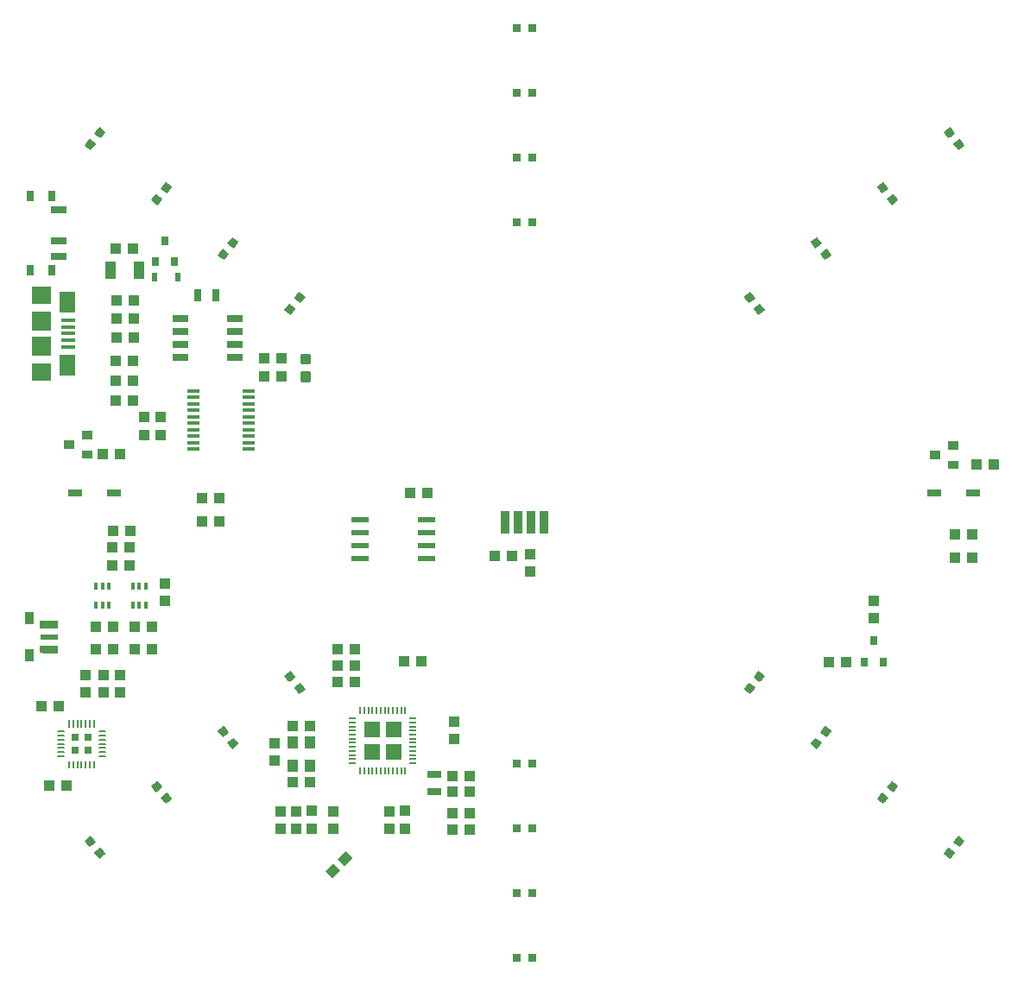
<source format=gbr>
G04 EAGLE Gerber RS-274X export*
G75*
%MOMM*%
%FSLAX34Y34*%
%LPD*%
%INSolderpaste Top*%
%IPPOS*%
%AMOC8*
5,1,8,0,0,1.08239X$1,22.5*%
G01*
%ADD10C,0.080000*%
%ADD11R,1.100000X1.000000*%
%ADD12R,1.000000X1.100000*%
%ADD13R,1.143000X0.381000*%
%ADD14R,1.000000X1.800000*%
%ADD15R,1.100000X1.200000*%
%ADD16R,1.520281X1.520281*%
%ADD17R,0.230000X0.800000*%
%ADD18R,0.800000X0.230000*%
%ADD19R,0.300000X0.660000*%
%ADD20R,1.400000X0.700000*%
%ADD21R,0.800000X1.200000*%
%ADD22R,0.630000X0.830000*%
%ADD23R,0.800000X0.900000*%
%ADD24C,0.300000*%
%ADD25R,1.500000X0.700000*%
%ADD26R,0.800000X1.000000*%
%ADD27R,1.400000X0.350000*%
%ADD28R,1.900000X1.800000*%
%ADD29R,1.900000X1.900000*%
%ADD30R,1.600000X2.100000*%
%ADD31R,1.500000X0.650000*%
%ADD32R,1.701800X0.609600*%
%ADD33R,0.700000X0.700000*%
%ADD34C,0.200000*%
%ADD35R,0.914400X2.286000*%
%ADD36R,1.350000X0.750000*%
%ADD37R,1.800000X0.600000*%
%ADD38R,0.900000X1.300000*%

G36*
X51012Y375123D02*
X51012Y375123D01*
X51006Y375131D01*
X51014Y375136D01*
X51014Y382636D01*
X50978Y382684D01*
X50970Y382678D01*
X50965Y382686D01*
X35965Y382686D01*
X35869Y382686D01*
X35854Y382674D01*
X35844Y382679D01*
X35769Y382634D01*
X35617Y382550D01*
X35461Y382474D01*
X35302Y382407D01*
X35220Y382376D01*
X35220Y382375D01*
X35219Y382376D01*
X35118Y382334D01*
X34910Y382257D01*
X34701Y382191D01*
X34488Y382135D01*
X34380Y382111D01*
X34379Y382110D01*
X34378Y382111D01*
X34291Y382087D01*
X34117Y382047D01*
X33942Y382015D01*
X33765Y381993D01*
X33675Y381984D01*
X33673Y381983D01*
X33672Y381984D01*
X33584Y381970D01*
X33408Y381950D01*
X33232Y381938D01*
X33054Y381934D01*
X32966Y381936D01*
X32918Y381901D01*
X32919Y381898D01*
X32917Y381897D01*
X32922Y381891D01*
X32915Y381886D01*
X32915Y375136D01*
X32951Y375089D01*
X32959Y375095D01*
X32965Y375087D01*
X50965Y375087D01*
X51012Y375123D01*
G37*
G36*
X35965Y350587D02*
X35965Y350587D01*
X50965Y350587D01*
X51012Y350623D01*
X51006Y350631D01*
X51014Y350636D01*
X51014Y358136D01*
X50978Y358184D01*
X50970Y358178D01*
X50965Y358186D01*
X32965Y358186D01*
X32917Y358150D01*
X32923Y358142D01*
X32915Y358136D01*
X32915Y351386D01*
X32951Y351339D01*
X32959Y351345D01*
X32966Y351337D01*
X33054Y351339D01*
X33232Y351335D01*
X33408Y351323D01*
X33584Y351302D01*
X33672Y351289D01*
X33674Y351290D01*
X33675Y351288D01*
X33765Y351280D01*
X33942Y351257D01*
X34117Y351226D01*
X34291Y351186D01*
X34378Y351162D01*
X34380Y351163D01*
X34380Y351162D01*
X34488Y351138D01*
X34701Y351082D01*
X34910Y351016D01*
X35118Y350939D01*
X35219Y350897D01*
X35220Y350898D01*
X35220Y350897D01*
X35302Y350866D01*
X35461Y350799D01*
X35617Y350723D01*
X35769Y350639D01*
X35844Y350594D01*
X35863Y350596D01*
X35869Y350587D01*
X35965Y350587D01*
G37*
D10*
X277419Y322843D02*
X272839Y328397D01*
X278393Y332977D01*
X282973Y327423D01*
X277419Y322843D01*
X276792Y323603D02*
X278341Y323603D01*
X279262Y324363D02*
X276166Y324363D01*
X275539Y325123D02*
X280184Y325123D01*
X281105Y325883D02*
X274912Y325883D01*
X274285Y326643D02*
X282027Y326643D01*
X282949Y327403D02*
X273659Y327403D01*
X273032Y328163D02*
X282363Y328163D01*
X281736Y328923D02*
X273477Y328923D01*
X274398Y329683D02*
X281109Y329683D01*
X280483Y330443D02*
X275320Y330443D01*
X276242Y331203D02*
X279856Y331203D01*
X279229Y331963D02*
X277163Y331963D01*
X278085Y332723D02*
X278602Y332723D01*
X282380Y316823D02*
X286960Y311269D01*
X282380Y316823D02*
X287934Y321403D01*
X292514Y315849D01*
X286960Y311269D01*
X286333Y312029D02*
X287882Y312029D01*
X288803Y312789D02*
X285707Y312789D01*
X285080Y313549D02*
X289725Y313549D01*
X290646Y314309D02*
X284453Y314309D01*
X283826Y315069D02*
X291568Y315069D01*
X292490Y315829D02*
X283200Y315829D01*
X282573Y316589D02*
X291904Y316589D01*
X291277Y317349D02*
X283018Y317349D01*
X283939Y318109D02*
X290650Y318109D01*
X290024Y318869D02*
X284861Y318869D01*
X285783Y319629D02*
X289397Y319629D01*
X288770Y320389D02*
X286704Y320389D01*
X287626Y321149D02*
X288143Y321149D01*
X222631Y267504D02*
X227211Y261950D01*
X221657Y257370D01*
X217077Y262924D01*
X222631Y267504D01*
X222579Y258130D02*
X221030Y258130D01*
X220404Y258890D02*
X223500Y258890D01*
X224422Y259650D02*
X219777Y259650D01*
X219150Y260410D02*
X225343Y260410D01*
X226265Y261170D02*
X218523Y261170D01*
X217897Y261930D02*
X227187Y261930D01*
X226601Y262690D02*
X217270Y262690D01*
X217715Y263450D02*
X225974Y263450D01*
X225347Y264210D02*
X218636Y264210D01*
X219558Y264970D02*
X224721Y264970D01*
X224094Y265730D02*
X220480Y265730D01*
X221401Y266490D02*
X223467Y266490D01*
X222840Y267250D02*
X222323Y267250D01*
X217670Y273524D02*
X213090Y279078D01*
X217670Y273524D02*
X212116Y268944D01*
X207536Y274498D01*
X213090Y279078D01*
X213038Y269704D02*
X211489Y269704D01*
X210863Y270464D02*
X213959Y270464D01*
X214881Y271224D02*
X210236Y271224D01*
X209609Y271984D02*
X215802Y271984D01*
X216724Y272744D02*
X208982Y272744D01*
X208356Y273504D02*
X217646Y273504D01*
X217060Y274264D02*
X207729Y274264D01*
X208174Y275024D02*
X216433Y275024D01*
X215806Y275784D02*
X209095Y275784D01*
X210017Y276544D02*
X215180Y276544D01*
X214553Y277304D02*
X210939Y277304D01*
X211860Y278064D02*
X213926Y278064D01*
X213299Y278824D02*
X212782Y278824D01*
X157327Y213630D02*
X161907Y208076D01*
X156353Y203496D01*
X151773Y209050D01*
X157327Y213630D01*
X157275Y204256D02*
X155726Y204256D01*
X155100Y205016D02*
X158196Y205016D01*
X159118Y205776D02*
X154473Y205776D01*
X153846Y206536D02*
X160039Y206536D01*
X160961Y207296D02*
X153219Y207296D01*
X152593Y208056D02*
X161883Y208056D01*
X161297Y208816D02*
X151966Y208816D01*
X152411Y209576D02*
X160670Y209576D01*
X160043Y210336D02*
X153332Y210336D01*
X154254Y211096D02*
X159417Y211096D01*
X158790Y211856D02*
X155176Y211856D01*
X156097Y212616D02*
X158163Y212616D01*
X157536Y213376D02*
X157019Y213376D01*
X152366Y219651D02*
X147786Y225205D01*
X152366Y219651D02*
X146812Y215071D01*
X142232Y220625D01*
X147786Y225205D01*
X147734Y215831D02*
X146185Y215831D01*
X145559Y216591D02*
X148655Y216591D01*
X149577Y217351D02*
X144932Y217351D01*
X144305Y218111D02*
X150498Y218111D01*
X151420Y218871D02*
X143678Y218871D01*
X143052Y219631D02*
X152342Y219631D01*
X151756Y220391D02*
X142425Y220391D01*
X142870Y221151D02*
X151129Y221151D01*
X150502Y221911D02*
X143791Y221911D01*
X144713Y222671D02*
X149876Y222671D01*
X149249Y223431D02*
X145635Y223431D01*
X146556Y224191D02*
X148622Y224191D01*
X147995Y224951D02*
X147478Y224951D01*
X76903Y166751D02*
X81483Y161197D01*
X76903Y166751D02*
X82457Y171331D01*
X87037Y165777D01*
X81483Y161197D01*
X80856Y161957D02*
X82405Y161957D01*
X83326Y162717D02*
X80230Y162717D01*
X79603Y163477D02*
X84248Y163477D01*
X85169Y164237D02*
X78976Y164237D01*
X78349Y164997D02*
X86091Y164997D01*
X87013Y165757D02*
X77723Y165757D01*
X77096Y166517D02*
X86427Y166517D01*
X85800Y167277D02*
X77541Y167277D01*
X78462Y168037D02*
X85173Y168037D01*
X84547Y168797D02*
X79384Y168797D01*
X80306Y169557D02*
X83920Y169557D01*
X83293Y170317D02*
X81227Y170317D01*
X82149Y171077D02*
X82666Y171077D01*
X86445Y155177D02*
X91025Y149623D01*
X86445Y155177D02*
X91999Y159757D01*
X96579Y154203D01*
X91025Y149623D01*
X90398Y150383D02*
X91947Y150383D01*
X92868Y151143D02*
X89772Y151143D01*
X89145Y151903D02*
X93790Y151903D01*
X94711Y152663D02*
X88518Y152663D01*
X87891Y153423D02*
X95633Y153423D01*
X96555Y154183D02*
X87265Y154183D01*
X86638Y154943D02*
X95969Y154943D01*
X95342Y155703D02*
X87083Y155703D01*
X88004Y156463D02*
X94715Y156463D01*
X94089Y157223D02*
X88926Y157223D01*
X89848Y157983D02*
X93462Y157983D01*
X92835Y158743D02*
X90769Y158743D01*
X91691Y159503D02*
X92208Y159503D01*
X496900Y238970D02*
X504100Y238970D01*
X496900Y238970D02*
X496900Y246170D01*
X504100Y246170D01*
X504100Y238970D01*
X504100Y239730D02*
X496900Y239730D01*
X496900Y240490D02*
X504100Y240490D01*
X504100Y241250D02*
X496900Y241250D01*
X496900Y242010D02*
X504100Y242010D01*
X504100Y242770D02*
X496900Y242770D01*
X496900Y243530D02*
X504100Y243530D01*
X504100Y244290D02*
X496900Y244290D01*
X496900Y245050D02*
X504100Y245050D01*
X504100Y245810D02*
X496900Y245810D01*
X511900Y238970D02*
X519100Y238970D01*
X511900Y238970D02*
X511900Y246170D01*
X519100Y246170D01*
X519100Y238970D01*
X519100Y239730D02*
X511900Y239730D01*
X511900Y240490D02*
X519100Y240490D01*
X519100Y241250D02*
X511900Y241250D01*
X511900Y242010D02*
X519100Y242010D01*
X519100Y242770D02*
X511900Y242770D01*
X511900Y243530D02*
X519100Y243530D01*
X519100Y244290D02*
X511900Y244290D01*
X511900Y245050D02*
X519100Y245050D01*
X519100Y245810D02*
X511900Y245810D01*
X504100Y175470D02*
X496900Y175470D01*
X496900Y182670D01*
X504100Y182670D01*
X504100Y175470D01*
X504100Y176230D02*
X496900Y176230D01*
X496900Y176990D02*
X504100Y176990D01*
X504100Y177750D02*
X496900Y177750D01*
X496900Y178510D02*
X504100Y178510D01*
X504100Y179270D02*
X496900Y179270D01*
X496900Y180030D02*
X504100Y180030D01*
X504100Y180790D02*
X496900Y180790D01*
X496900Y181550D02*
X504100Y181550D01*
X504100Y182310D02*
X496900Y182310D01*
X511900Y175470D02*
X519100Y175470D01*
X511900Y175470D02*
X511900Y182670D01*
X519100Y182670D01*
X519100Y175470D01*
X519100Y176230D02*
X511900Y176230D01*
X511900Y176990D02*
X519100Y176990D01*
X519100Y177750D02*
X511900Y177750D01*
X511900Y178510D02*
X519100Y178510D01*
X519100Y179270D02*
X511900Y179270D01*
X511900Y180030D02*
X519100Y180030D01*
X519100Y180790D02*
X511900Y180790D01*
X511900Y181550D02*
X519100Y181550D01*
X519100Y182310D02*
X511900Y182310D01*
X511900Y119170D02*
X519100Y119170D01*
X519100Y111970D01*
X511900Y111970D01*
X511900Y119170D01*
X511900Y112730D02*
X519100Y112730D01*
X519100Y113490D02*
X511900Y113490D01*
X511900Y114250D02*
X519100Y114250D01*
X519100Y115010D02*
X511900Y115010D01*
X511900Y115770D02*
X519100Y115770D01*
X519100Y116530D02*
X511900Y116530D01*
X511900Y117290D02*
X519100Y117290D01*
X519100Y118050D02*
X511900Y118050D01*
X511900Y118810D02*
X519100Y118810D01*
X504100Y119170D02*
X496900Y119170D01*
X504100Y119170D02*
X504100Y111970D01*
X496900Y111970D01*
X496900Y119170D01*
X496900Y112730D02*
X504100Y112730D01*
X504100Y113490D02*
X496900Y113490D01*
X496900Y114250D02*
X504100Y114250D01*
X504100Y115010D02*
X496900Y115010D01*
X496900Y115770D02*
X504100Y115770D01*
X504100Y116530D02*
X496900Y116530D01*
X496900Y117290D02*
X504100Y117290D01*
X504100Y118050D02*
X496900Y118050D01*
X496900Y118810D02*
X504100Y118810D01*
X504100Y48470D02*
X496900Y48470D01*
X496900Y55670D01*
X504100Y55670D01*
X504100Y48470D01*
X504100Y49230D02*
X496900Y49230D01*
X496900Y49990D02*
X504100Y49990D01*
X504100Y50750D02*
X496900Y50750D01*
X496900Y51510D02*
X504100Y51510D01*
X504100Y52270D02*
X496900Y52270D01*
X496900Y53030D02*
X504100Y53030D01*
X504100Y53790D02*
X496900Y53790D01*
X496900Y54550D02*
X504100Y54550D01*
X504100Y55310D02*
X496900Y55310D01*
X511900Y48470D02*
X519100Y48470D01*
X511900Y48470D02*
X511900Y55670D01*
X519100Y55670D01*
X519100Y48470D01*
X519100Y49230D02*
X511900Y49230D01*
X511900Y49990D02*
X519100Y49990D01*
X519100Y50750D02*
X511900Y50750D01*
X511900Y51510D02*
X519100Y51510D01*
X519100Y52270D02*
X511900Y52270D01*
X511900Y53030D02*
X519100Y53030D01*
X519100Y53790D02*
X511900Y53790D01*
X511900Y54550D02*
X519100Y54550D01*
X519100Y55310D02*
X511900Y55310D01*
X733027Y327423D02*
X737607Y332977D01*
X743161Y328397D01*
X738581Y322843D01*
X733027Y327423D01*
X737659Y323603D02*
X739208Y323603D01*
X739834Y324363D02*
X736738Y324363D01*
X735816Y325123D02*
X740461Y325123D01*
X741088Y325883D02*
X734895Y325883D01*
X733973Y326643D02*
X741715Y326643D01*
X742341Y327403D02*
X733051Y327403D01*
X733637Y328163D02*
X742968Y328163D01*
X742523Y328923D02*
X734264Y328923D01*
X734891Y329683D02*
X741602Y329683D01*
X740680Y330443D02*
X735517Y330443D01*
X736144Y331203D02*
X739758Y331203D01*
X738837Y331963D02*
X736771Y331963D01*
X737398Y332723D02*
X737915Y332723D01*
X728066Y321403D02*
X723486Y315849D01*
X728066Y321403D02*
X733620Y316823D01*
X729040Y311269D01*
X723486Y315849D01*
X728118Y312029D02*
X729667Y312029D01*
X730293Y312789D02*
X727197Y312789D01*
X726275Y313549D02*
X730920Y313549D01*
X731547Y314309D02*
X725354Y314309D01*
X724432Y315069D02*
X732174Y315069D01*
X732800Y315829D02*
X723510Y315829D01*
X724096Y316589D02*
X733427Y316589D01*
X732982Y317349D02*
X724723Y317349D01*
X725350Y318109D02*
X732061Y318109D01*
X731139Y318869D02*
X725976Y318869D01*
X726603Y319629D02*
X730217Y319629D01*
X729296Y320389D02*
X727230Y320389D01*
X727857Y321149D02*
X728374Y321149D01*
X798356Y273524D02*
X802936Y279078D01*
X808490Y274498D01*
X803910Y268944D01*
X798356Y273524D01*
X802988Y269704D02*
X804537Y269704D01*
X805163Y270464D02*
X802067Y270464D01*
X801145Y271224D02*
X805790Y271224D01*
X806417Y271984D02*
X800224Y271984D01*
X799302Y272744D02*
X807044Y272744D01*
X807670Y273504D02*
X798380Y273504D01*
X798966Y274264D02*
X808297Y274264D01*
X807852Y275024D02*
X799593Y275024D01*
X800220Y275784D02*
X806931Y275784D01*
X806009Y276544D02*
X800846Y276544D01*
X801473Y277304D02*
X805087Y277304D01*
X804166Y278064D02*
X802100Y278064D01*
X802727Y278824D02*
X803244Y278824D01*
X793395Y267504D02*
X788815Y261950D01*
X793395Y267504D02*
X798949Y262924D01*
X794369Y257370D01*
X788815Y261950D01*
X793447Y258130D02*
X794996Y258130D01*
X795622Y258890D02*
X792526Y258890D01*
X791604Y259650D02*
X796249Y259650D01*
X796876Y260410D02*
X790683Y260410D01*
X789761Y261170D02*
X797503Y261170D01*
X798129Y261930D02*
X788839Y261930D01*
X789425Y262690D02*
X798756Y262690D01*
X798311Y263450D02*
X790052Y263450D01*
X790679Y264210D02*
X797390Y264210D01*
X796468Y264970D02*
X791305Y264970D01*
X791932Y265730D02*
X795546Y265730D01*
X794625Y266490D02*
X792559Y266490D01*
X793186Y267250D02*
X793703Y267250D01*
X864252Y209050D02*
X859672Y203496D01*
X854118Y208076D01*
X858698Y213630D01*
X864252Y209050D01*
X860299Y204256D02*
X858750Y204256D01*
X857829Y205016D02*
X860925Y205016D01*
X861552Y205776D02*
X856907Y205776D01*
X855986Y206536D02*
X862179Y206536D01*
X862806Y207296D02*
X855064Y207296D01*
X854142Y208056D02*
X863432Y208056D01*
X864059Y208816D02*
X854728Y208816D01*
X855355Y209576D02*
X863614Y209576D01*
X862693Y210336D02*
X855982Y210336D01*
X856608Y211096D02*
X861771Y211096D01*
X860849Y211856D02*
X857235Y211856D01*
X857862Y212616D02*
X859928Y212616D01*
X859006Y213376D02*
X858489Y213376D01*
X869213Y215071D02*
X873793Y220625D01*
X869213Y215071D02*
X863659Y219651D01*
X868239Y225205D01*
X873793Y220625D01*
X869840Y215831D02*
X868291Y215831D01*
X867370Y216591D02*
X870466Y216591D01*
X871093Y217351D02*
X866448Y217351D01*
X865527Y218111D02*
X871720Y218111D01*
X872347Y218871D02*
X864605Y218871D01*
X863683Y219631D02*
X872973Y219631D01*
X873600Y220391D02*
X864269Y220391D01*
X864896Y221151D02*
X873155Y221151D01*
X872234Y221911D02*
X865523Y221911D01*
X866149Y222671D02*
X871312Y222671D01*
X870390Y223431D02*
X866776Y223431D01*
X867403Y224191D02*
X869469Y224191D01*
X868547Y224951D02*
X868030Y224951D01*
X933543Y171331D02*
X928963Y165777D01*
X933543Y171331D02*
X939097Y166751D01*
X934517Y161197D01*
X928963Y165777D01*
X933595Y161957D02*
X935144Y161957D01*
X935770Y162717D02*
X932674Y162717D01*
X931752Y163477D02*
X936397Y163477D01*
X937024Y164237D02*
X930831Y164237D01*
X929909Y164997D02*
X937651Y164997D01*
X938277Y165757D02*
X928987Y165757D01*
X929573Y166517D02*
X938904Y166517D01*
X938459Y167277D02*
X930200Y167277D01*
X930827Y168037D02*
X937538Y168037D01*
X936616Y168797D02*
X931453Y168797D01*
X932080Y169557D02*
X935694Y169557D01*
X934773Y170317D02*
X932707Y170317D01*
X933334Y171077D02*
X933851Y171077D01*
X924001Y159757D02*
X919421Y154203D01*
X924001Y159757D02*
X929555Y155177D01*
X924975Y149623D01*
X919421Y154203D01*
X924053Y150383D02*
X925602Y150383D01*
X926228Y151143D02*
X923132Y151143D01*
X922210Y151903D02*
X926855Y151903D01*
X927482Y152663D02*
X921289Y152663D01*
X920367Y153423D02*
X928109Y153423D01*
X928735Y154183D02*
X919445Y154183D01*
X920031Y154943D02*
X929362Y154943D01*
X928917Y155703D02*
X920658Y155703D01*
X921285Y156463D02*
X927996Y156463D01*
X927074Y157223D02*
X921911Y157223D01*
X922538Y157983D02*
X926152Y157983D01*
X925231Y158743D02*
X923165Y158743D01*
X923792Y159503D02*
X924309Y159503D01*
X743161Y687603D02*
X738581Y693157D01*
X743161Y687603D02*
X737607Y683023D01*
X733027Y688577D01*
X738581Y693157D01*
X738529Y683783D02*
X736980Y683783D01*
X736354Y684543D02*
X739450Y684543D01*
X740372Y685303D02*
X735727Y685303D01*
X735100Y686063D02*
X741293Y686063D01*
X742215Y686823D02*
X734473Y686823D01*
X733847Y687583D02*
X743137Y687583D01*
X742551Y688343D02*
X733220Y688343D01*
X733665Y689103D02*
X741924Y689103D01*
X741297Y689863D02*
X734586Y689863D01*
X735508Y690623D02*
X740671Y690623D01*
X740044Y691383D02*
X736430Y691383D01*
X737351Y692143D02*
X739417Y692143D01*
X738790Y692903D02*
X738273Y692903D01*
X733620Y699177D02*
X729040Y704731D01*
X733620Y699177D02*
X728066Y694597D01*
X723486Y700151D01*
X729040Y704731D01*
X728988Y695357D02*
X727439Y695357D01*
X726813Y696117D02*
X729909Y696117D01*
X730831Y696877D02*
X726186Y696877D01*
X725559Y697637D02*
X731752Y697637D01*
X732674Y698397D02*
X724932Y698397D01*
X724306Y699157D02*
X733596Y699157D01*
X733010Y699917D02*
X723679Y699917D01*
X724124Y700677D02*
X732383Y700677D01*
X731756Y701437D02*
X725045Y701437D01*
X725967Y702197D02*
X731130Y702197D01*
X730503Y702957D02*
X726889Y702957D01*
X727810Y703717D02*
X729876Y703717D01*
X729249Y704477D02*
X728732Y704477D01*
X788815Y754025D02*
X793395Y748471D01*
X788815Y754025D02*
X794369Y758605D01*
X798949Y753051D01*
X793395Y748471D01*
X792768Y749231D02*
X794317Y749231D01*
X795238Y749991D02*
X792142Y749991D01*
X791515Y750751D02*
X796160Y750751D01*
X797081Y751511D02*
X790888Y751511D01*
X790261Y752271D02*
X798003Y752271D01*
X798925Y753031D02*
X789635Y753031D01*
X789008Y753791D02*
X798339Y753791D01*
X797712Y754551D02*
X789453Y754551D01*
X790374Y755311D02*
X797085Y755311D01*
X796459Y756071D02*
X791296Y756071D01*
X792218Y756831D02*
X795832Y756831D01*
X795205Y757591D02*
X793139Y757591D01*
X794061Y758351D02*
X794578Y758351D01*
X798356Y742450D02*
X802936Y736896D01*
X798356Y742450D02*
X803910Y747030D01*
X808490Y741476D01*
X802936Y736896D01*
X802309Y737656D02*
X803858Y737656D01*
X804779Y738416D02*
X801683Y738416D01*
X801056Y739176D02*
X805701Y739176D01*
X806622Y739936D02*
X800429Y739936D01*
X799802Y740696D02*
X807544Y740696D01*
X808466Y741456D02*
X799176Y741456D01*
X798549Y742216D02*
X807880Y742216D01*
X807253Y742976D02*
X798994Y742976D01*
X799915Y743736D02*
X806626Y743736D01*
X806000Y744496D02*
X800837Y744496D01*
X801759Y745256D02*
X805373Y745256D01*
X804746Y746016D02*
X802680Y746016D01*
X803602Y746776D02*
X804119Y746776D01*
X858698Y802344D02*
X854118Y807898D01*
X859672Y812478D01*
X864252Y806924D01*
X858698Y802344D01*
X858071Y803104D02*
X859620Y803104D01*
X860541Y803864D02*
X857445Y803864D01*
X856818Y804624D02*
X861463Y804624D01*
X862384Y805384D02*
X856191Y805384D01*
X855564Y806144D02*
X863306Y806144D01*
X864228Y806904D02*
X854938Y806904D01*
X854311Y807664D02*
X863642Y807664D01*
X863015Y808424D02*
X854756Y808424D01*
X855677Y809184D02*
X862388Y809184D01*
X861762Y809944D02*
X856599Y809944D01*
X857521Y810704D02*
X861135Y810704D01*
X860508Y811464D02*
X858442Y811464D01*
X859364Y812224D02*
X859881Y812224D01*
X863659Y796324D02*
X868239Y790770D01*
X863659Y796324D02*
X869213Y800904D01*
X873793Y795350D01*
X868239Y790770D01*
X867612Y791530D02*
X869161Y791530D01*
X870082Y792290D02*
X866986Y792290D01*
X866359Y793050D02*
X871004Y793050D01*
X871925Y793810D02*
X865732Y793810D01*
X865105Y794570D02*
X872847Y794570D01*
X873769Y795330D02*
X864479Y795330D01*
X863852Y796090D02*
X873183Y796090D01*
X872556Y796850D02*
X864297Y796850D01*
X865218Y797610D02*
X871929Y797610D01*
X871303Y798370D02*
X866140Y798370D01*
X867062Y799130D02*
X870676Y799130D01*
X870049Y799890D02*
X867983Y799890D01*
X868905Y800650D02*
X869422Y800650D01*
X934517Y854803D02*
X939097Y849249D01*
X933543Y844669D01*
X928963Y850223D01*
X934517Y854803D01*
X934465Y845429D02*
X932916Y845429D01*
X932290Y846189D02*
X935386Y846189D01*
X936308Y846949D02*
X931663Y846949D01*
X931036Y847709D02*
X937229Y847709D01*
X938151Y848469D02*
X930409Y848469D01*
X929783Y849229D02*
X939073Y849229D01*
X938487Y849989D02*
X929156Y849989D01*
X929601Y850749D02*
X937860Y850749D01*
X937233Y851509D02*
X930522Y851509D01*
X931444Y852269D02*
X936607Y852269D01*
X935980Y853029D02*
X932366Y853029D01*
X933287Y853789D02*
X935353Y853789D01*
X934726Y854549D02*
X934209Y854549D01*
X929555Y860823D02*
X924975Y866377D01*
X929555Y860823D02*
X924001Y856243D01*
X919421Y861797D01*
X924975Y866377D01*
X924923Y857003D02*
X923374Y857003D01*
X922748Y857763D02*
X925844Y857763D01*
X926766Y858523D02*
X922121Y858523D01*
X921494Y859283D02*
X927687Y859283D01*
X928609Y860043D02*
X920867Y860043D01*
X920241Y860803D02*
X929531Y860803D01*
X928945Y861563D02*
X919614Y861563D01*
X920059Y862323D02*
X928318Y862323D01*
X927691Y863083D02*
X920980Y863083D01*
X921902Y863843D02*
X927065Y863843D01*
X926438Y864603D02*
X922824Y864603D01*
X923745Y865363D02*
X925811Y865363D01*
X925184Y866123D02*
X924667Y866123D01*
X504100Y833330D02*
X496900Y833330D01*
X496900Y840530D01*
X504100Y840530D01*
X504100Y833330D01*
X504100Y834090D02*
X496900Y834090D01*
X496900Y834850D02*
X504100Y834850D01*
X504100Y835610D02*
X496900Y835610D01*
X496900Y836370D02*
X504100Y836370D01*
X504100Y837130D02*
X496900Y837130D01*
X496900Y837890D02*
X504100Y837890D01*
X504100Y838650D02*
X496900Y838650D01*
X496900Y839410D02*
X504100Y839410D01*
X504100Y840170D02*
X496900Y840170D01*
X511900Y833330D02*
X519100Y833330D01*
X511900Y833330D02*
X511900Y840530D01*
X519100Y840530D01*
X519100Y833330D01*
X519100Y834090D02*
X511900Y834090D01*
X511900Y834850D02*
X519100Y834850D01*
X519100Y835610D02*
X511900Y835610D01*
X511900Y836370D02*
X519100Y836370D01*
X519100Y837130D02*
X511900Y837130D01*
X511900Y837890D02*
X519100Y837890D01*
X519100Y838650D02*
X511900Y838650D01*
X511900Y839410D02*
X519100Y839410D01*
X519100Y840170D02*
X511900Y840170D01*
X504100Y769830D02*
X496900Y769830D01*
X496900Y777030D01*
X504100Y777030D01*
X504100Y769830D01*
X504100Y770590D02*
X496900Y770590D01*
X496900Y771350D02*
X504100Y771350D01*
X504100Y772110D02*
X496900Y772110D01*
X496900Y772870D02*
X504100Y772870D01*
X504100Y773630D02*
X496900Y773630D01*
X496900Y774390D02*
X504100Y774390D01*
X504100Y775150D02*
X496900Y775150D01*
X496900Y775910D02*
X504100Y775910D01*
X504100Y776670D02*
X496900Y776670D01*
X511900Y769830D02*
X519100Y769830D01*
X511900Y769830D02*
X511900Y777030D01*
X519100Y777030D01*
X519100Y769830D01*
X519100Y770590D02*
X511900Y770590D01*
X511900Y771350D02*
X519100Y771350D01*
X519100Y772110D02*
X511900Y772110D01*
X511900Y772870D02*
X519100Y772870D01*
X519100Y773630D02*
X511900Y773630D01*
X511900Y774390D02*
X519100Y774390D01*
X519100Y775150D02*
X511900Y775150D01*
X511900Y775910D02*
X519100Y775910D01*
X519100Y776670D02*
X511900Y776670D01*
X504100Y896830D02*
X496900Y896830D01*
X496900Y904030D01*
X504100Y904030D01*
X504100Y896830D01*
X504100Y897590D02*
X496900Y897590D01*
X496900Y898350D02*
X504100Y898350D01*
X504100Y899110D02*
X496900Y899110D01*
X496900Y899870D02*
X504100Y899870D01*
X504100Y900630D02*
X496900Y900630D01*
X496900Y901390D02*
X504100Y901390D01*
X504100Y902150D02*
X496900Y902150D01*
X496900Y902910D02*
X504100Y902910D01*
X504100Y903670D02*
X496900Y903670D01*
X511900Y896830D02*
X519100Y896830D01*
X511900Y896830D02*
X511900Y904030D01*
X519100Y904030D01*
X519100Y896830D01*
X519100Y897590D02*
X511900Y897590D01*
X511900Y898350D02*
X519100Y898350D01*
X519100Y899110D02*
X511900Y899110D01*
X511900Y899870D02*
X519100Y899870D01*
X519100Y900630D02*
X511900Y900630D01*
X511900Y901390D02*
X519100Y901390D01*
X519100Y902150D02*
X511900Y902150D01*
X511900Y902910D02*
X519100Y902910D01*
X519100Y903670D02*
X511900Y903670D01*
X504100Y960330D02*
X496900Y960330D01*
X496900Y967530D01*
X504100Y967530D01*
X504100Y960330D01*
X504100Y961090D02*
X496900Y961090D01*
X496900Y961850D02*
X504100Y961850D01*
X504100Y962610D02*
X496900Y962610D01*
X496900Y963370D02*
X504100Y963370D01*
X504100Y964130D02*
X496900Y964130D01*
X496900Y964890D02*
X504100Y964890D01*
X504100Y965650D02*
X496900Y965650D01*
X496900Y966410D02*
X504100Y966410D01*
X504100Y967170D02*
X496900Y967170D01*
X511900Y960330D02*
X519100Y960330D01*
X511900Y960330D02*
X511900Y967530D01*
X519100Y967530D01*
X519100Y960330D01*
X519100Y961090D02*
X511900Y961090D01*
X511900Y961850D02*
X519100Y961850D01*
X519100Y962610D02*
X511900Y962610D01*
X511900Y963370D02*
X519100Y963370D01*
X519100Y964130D02*
X511900Y964130D01*
X511900Y964890D02*
X519100Y964890D01*
X519100Y965650D02*
X511900Y965650D01*
X511900Y966410D02*
X519100Y966410D01*
X519100Y967170D02*
X511900Y967170D01*
X282973Y688577D02*
X278393Y683023D01*
X272839Y687603D01*
X277419Y693157D01*
X282973Y688577D01*
X279020Y683783D02*
X277471Y683783D01*
X276550Y684543D02*
X279646Y684543D01*
X280273Y685303D02*
X275628Y685303D01*
X274707Y686063D02*
X280900Y686063D01*
X281527Y686823D02*
X273785Y686823D01*
X272863Y687583D02*
X282153Y687583D01*
X282780Y688343D02*
X273449Y688343D01*
X274076Y689103D02*
X282335Y689103D01*
X281414Y689863D02*
X274703Y689863D01*
X275329Y690623D02*
X280492Y690623D01*
X279570Y691383D02*
X275956Y691383D01*
X276583Y692143D02*
X278649Y692143D01*
X277727Y692903D02*
X277210Y692903D01*
X287934Y694597D02*
X292514Y700151D01*
X287934Y694597D02*
X282380Y699177D01*
X286960Y704731D01*
X292514Y700151D01*
X288561Y695357D02*
X287012Y695357D01*
X286091Y696117D02*
X289187Y696117D01*
X289814Y696877D02*
X285169Y696877D01*
X284248Y697637D02*
X290441Y697637D01*
X291068Y698397D02*
X283326Y698397D01*
X282404Y699157D02*
X291694Y699157D01*
X292321Y699917D02*
X282990Y699917D01*
X283617Y700677D02*
X291876Y700677D01*
X290955Y701437D02*
X284244Y701437D01*
X284870Y702197D02*
X290033Y702197D01*
X289111Y702957D02*
X285497Y702957D01*
X286124Y703717D02*
X288190Y703717D01*
X287268Y704477D02*
X286751Y704477D01*
X217670Y742450D02*
X213090Y736896D01*
X207536Y741476D01*
X212116Y747030D01*
X217670Y742450D01*
X213717Y737656D02*
X212168Y737656D01*
X211247Y738416D02*
X214343Y738416D01*
X214970Y739176D02*
X210325Y739176D01*
X209404Y739936D02*
X215597Y739936D01*
X216224Y740696D02*
X208482Y740696D01*
X207560Y741456D02*
X216850Y741456D01*
X217477Y742216D02*
X208146Y742216D01*
X208773Y742976D02*
X217032Y742976D01*
X216111Y743736D02*
X209400Y743736D01*
X210026Y744496D02*
X215189Y744496D01*
X214267Y745256D02*
X210653Y745256D01*
X211280Y746016D02*
X213346Y746016D01*
X212424Y746776D02*
X211907Y746776D01*
X222631Y748471D02*
X227211Y754025D01*
X222631Y748471D02*
X217077Y753051D01*
X221657Y758605D01*
X227211Y754025D01*
X223258Y749231D02*
X221709Y749231D01*
X220788Y749991D02*
X223884Y749991D01*
X224511Y750751D02*
X219866Y750751D01*
X218945Y751511D02*
X225138Y751511D01*
X225765Y752271D02*
X218023Y752271D01*
X217101Y753031D02*
X226391Y753031D01*
X227018Y753791D02*
X217687Y753791D01*
X218314Y754551D02*
X226573Y754551D01*
X225652Y755311D02*
X218941Y755311D01*
X219567Y756071D02*
X224730Y756071D01*
X223808Y756831D02*
X220194Y756831D01*
X220821Y757591D02*
X222887Y757591D01*
X221965Y758351D02*
X221448Y758351D01*
X152366Y796324D02*
X147786Y790770D01*
X142232Y795350D01*
X146812Y800904D01*
X152366Y796324D01*
X148413Y791530D02*
X146864Y791530D01*
X145943Y792290D02*
X149039Y792290D01*
X149666Y793050D02*
X145021Y793050D01*
X144100Y793810D02*
X150293Y793810D01*
X150920Y794570D02*
X143178Y794570D01*
X142256Y795330D02*
X151546Y795330D01*
X152173Y796090D02*
X142842Y796090D01*
X143469Y796850D02*
X151728Y796850D01*
X150807Y797610D02*
X144096Y797610D01*
X144722Y798370D02*
X149885Y798370D01*
X148963Y799130D02*
X145349Y799130D01*
X145976Y799890D02*
X148042Y799890D01*
X147120Y800650D02*
X146603Y800650D01*
X157327Y802344D02*
X161907Y807898D01*
X157327Y802344D02*
X151773Y806924D01*
X156353Y812478D01*
X161907Y807898D01*
X157954Y803104D02*
X156405Y803104D01*
X155484Y803864D02*
X158580Y803864D01*
X159207Y804624D02*
X154562Y804624D01*
X153641Y805384D02*
X159834Y805384D01*
X160461Y806144D02*
X152719Y806144D01*
X151797Y806904D02*
X161087Y806904D01*
X161714Y807664D02*
X152383Y807664D01*
X153010Y808424D02*
X161269Y808424D01*
X160348Y809184D02*
X153637Y809184D01*
X154263Y809944D02*
X159426Y809944D01*
X158504Y810704D02*
X154890Y810704D01*
X155517Y811464D02*
X157583Y811464D01*
X156661Y812224D02*
X156144Y812224D01*
X87037Y850223D02*
X82457Y844669D01*
X76903Y849249D01*
X81483Y854803D01*
X87037Y850223D01*
X83084Y845429D02*
X81535Y845429D01*
X80614Y846189D02*
X83710Y846189D01*
X84337Y846949D02*
X79692Y846949D01*
X78771Y847709D02*
X84964Y847709D01*
X85591Y848469D02*
X77849Y848469D01*
X76927Y849229D02*
X86217Y849229D01*
X86844Y849989D02*
X77513Y849989D01*
X78140Y850749D02*
X86399Y850749D01*
X85478Y851509D02*
X78767Y851509D01*
X79393Y852269D02*
X84556Y852269D01*
X83634Y853029D02*
X80020Y853029D01*
X80647Y853789D02*
X82713Y853789D01*
X81791Y854549D02*
X81274Y854549D01*
X91999Y856243D02*
X96579Y861797D01*
X91999Y856243D02*
X86445Y860823D01*
X91025Y866377D01*
X96579Y861797D01*
X92626Y857003D02*
X91077Y857003D01*
X90156Y857763D02*
X93252Y857763D01*
X93879Y858523D02*
X89234Y858523D01*
X88313Y859283D02*
X94506Y859283D01*
X95133Y860043D02*
X87391Y860043D01*
X86469Y860803D02*
X95759Y860803D01*
X96386Y861563D02*
X87055Y861563D01*
X87682Y862323D02*
X95941Y862323D01*
X95020Y863083D02*
X88309Y863083D01*
X88935Y863843D02*
X94098Y863843D01*
X93176Y864603D02*
X89562Y864603D01*
X90189Y865363D02*
X92255Y865363D01*
X91333Y866123D02*
X90816Y866123D01*
D11*
X108700Y696800D03*
X125700Y696800D03*
D12*
X135025Y581775D03*
X135025Y564775D03*
D13*
X184103Y576225D03*
X184103Y582575D03*
X184103Y588925D03*
X184103Y595275D03*
X184103Y601625D03*
X184103Y607975D03*
X184103Y569875D03*
X184103Y563525D03*
X184103Y557175D03*
X184103Y550825D03*
X237697Y582575D03*
X237697Y576225D03*
X237697Y569875D03*
X237697Y563525D03*
X237697Y557175D03*
X237697Y550825D03*
X237697Y588925D03*
X237697Y595275D03*
X237697Y601625D03*
X237697Y607975D03*
D11*
X108400Y659800D03*
X125400Y659800D03*
X107400Y637200D03*
X124400Y637200D03*
X107700Y618100D03*
X124700Y618100D03*
X108100Y679100D03*
X125100Y679100D03*
X124428Y598466D03*
X107428Y598466D03*
D14*
X102400Y726100D03*
X130400Y726100D03*
D15*
X280835Y263292D03*
X298335Y239792D03*
X280835Y239792D03*
X298335Y263292D03*
D11*
X281306Y223714D03*
X298306Y223714D03*
D12*
X263020Y245115D03*
X263020Y262115D03*
D11*
X454588Y177800D03*
X437588Y177800D03*
X437588Y193675D03*
X454588Y193675D03*
D12*
X269237Y195319D03*
X269237Y178319D03*
X299884Y195676D03*
X299884Y178676D03*
D11*
G36*
X325083Y148899D02*
X332860Y156676D01*
X339931Y149605D01*
X332154Y141828D01*
X325083Y148899D01*
G37*
G36*
X313062Y136878D02*
X320839Y144655D01*
X327910Y137584D01*
X320133Y129807D01*
X313062Y136878D01*
G37*
X298313Y279063D03*
X281313Y279063D03*
D12*
X320863Y195525D03*
X320863Y178525D03*
X390944Y195730D03*
X390944Y178730D03*
X375603Y195667D03*
X375603Y178667D03*
D11*
X324875Y322263D03*
X341875Y322263D03*
X390333Y342749D03*
X407333Y342749D03*
D12*
X439738Y266138D03*
X439738Y283138D03*
D16*
X358597Y275313D03*
X358597Y253813D03*
X380097Y253813D03*
X380097Y275313D03*
D17*
X347347Y235063D03*
X351347Y235063D03*
X355347Y235063D03*
X359347Y235063D03*
X363347Y235063D03*
X367347Y235063D03*
X371347Y235063D03*
X375347Y235063D03*
X379347Y235063D03*
X383347Y235063D03*
X387347Y235063D03*
X391347Y235063D03*
D18*
X398847Y242563D03*
X398847Y246563D03*
X398847Y250563D03*
X398847Y254563D03*
X398847Y258563D03*
X398847Y262563D03*
X398847Y266563D03*
X398847Y270563D03*
X398847Y274563D03*
X398847Y278563D03*
X398847Y282563D03*
X398847Y286563D03*
D17*
X391347Y294063D03*
X387347Y294063D03*
X383347Y294063D03*
X379347Y294063D03*
X375347Y294063D03*
X371347Y294063D03*
X367347Y294063D03*
X363347Y294063D03*
X359347Y294063D03*
X355347Y294063D03*
X351347Y294063D03*
X347347Y294063D03*
D18*
X339847Y286563D03*
X339847Y282563D03*
X339847Y278563D03*
X339847Y274563D03*
X339847Y270563D03*
X339847Y266563D03*
X339847Y262563D03*
X339847Y258563D03*
X339847Y254563D03*
X339847Y250563D03*
X339847Y246563D03*
X339847Y242563D03*
D12*
X284296Y178399D03*
X284296Y195399D03*
D11*
X191950Y480132D03*
X208950Y480132D03*
D12*
X155385Y418817D03*
X155385Y401817D03*
D19*
X137045Y415857D03*
X130545Y397457D03*
X124045Y397457D03*
X137045Y397457D03*
X130545Y415857D03*
X124045Y415857D03*
D11*
X88338Y354013D03*
X105338Y354013D03*
D20*
X420130Y214615D03*
X420130Y231615D03*
D11*
X454588Y214313D03*
X437588Y214313D03*
X454588Y230188D03*
X437588Y230188D03*
D21*
X187800Y701600D03*
X205800Y701600D03*
D11*
X253438Y639763D03*
X270438Y639763D03*
D22*
X168600Y719100D03*
X145600Y719100D03*
D11*
X107600Y747600D03*
X124600Y747600D03*
D23*
X146500Y734300D03*
X165500Y734300D03*
X156000Y755300D03*
D24*
X290188Y635508D02*
X297188Y635508D01*
X290188Y635508D02*
X290188Y642508D01*
X297188Y642508D01*
X297188Y635508D01*
X297188Y638358D02*
X290188Y638358D01*
X290188Y641208D02*
X297188Y641208D01*
X297188Y617968D02*
X290188Y617968D01*
X290188Y624968D01*
X297188Y624968D01*
X297188Y617968D01*
X297188Y620818D02*
X290188Y620818D01*
X290188Y623668D02*
X297188Y623668D01*
D11*
X253438Y622300D03*
X270438Y622300D03*
X341875Y354013D03*
X324875Y354013D03*
X341875Y338138D03*
X324875Y338138D03*
D12*
X151738Y581775D03*
X151738Y564775D03*
D11*
X126438Y354013D03*
X143438Y354013D03*
X143438Y376238D03*
X126438Y376238D03*
X121213Y436563D03*
X104213Y436563D03*
D19*
X100995Y416358D03*
X94495Y397958D03*
X87995Y397958D03*
X100995Y397958D03*
X94495Y416358D03*
X87995Y416358D03*
D11*
X105338Y376238D03*
X88338Y376238D03*
D25*
X51600Y785000D03*
X51600Y755000D03*
X51600Y740000D03*
D26*
X44600Y799000D03*
X23600Y799000D03*
X44600Y726000D03*
X23600Y726000D03*
D27*
X60900Y676900D03*
X60900Y650900D03*
X60900Y670400D03*
X60900Y663900D03*
X60900Y657400D03*
D28*
X34400Y701900D03*
X34400Y625900D03*
D29*
X34400Y675900D03*
X34400Y651900D03*
D30*
X59800Y694900D03*
X59800Y632900D03*
D31*
X224700Y640470D03*
X224700Y653170D03*
X224700Y665870D03*
X224700Y678570D03*
X170700Y678570D03*
X170700Y665870D03*
X170700Y653170D03*
X170700Y640470D03*
D32*
X347006Y481529D03*
X347006Y468829D03*
X347006Y456129D03*
X347006Y443429D03*
X412030Y443429D03*
X412030Y456129D03*
X412030Y468829D03*
X412030Y481529D03*
D11*
X413313Y508000D03*
X396313Y508000D03*
D12*
X77788Y312175D03*
X77788Y329175D03*
D11*
X59300Y220980D03*
X42300Y220980D03*
D12*
X95250Y312175D03*
X95250Y329175D03*
X112078Y311858D03*
X112078Y328858D03*
D23*
X841600Y341800D03*
X860600Y341800D03*
X851100Y362800D03*
D11*
X824100Y341800D03*
X807100Y341800D03*
D12*
X850938Y402052D03*
X850938Y385052D03*
D33*
X80503Y268120D03*
X80503Y255120D03*
X67503Y255120D03*
X67503Y268120D03*
D34*
X86003Y278620D02*
X86003Y284620D01*
X82003Y284620D02*
X82003Y278620D01*
X78003Y278620D02*
X78003Y284620D01*
X74003Y284620D02*
X74003Y278620D01*
X70003Y278620D02*
X70003Y284620D01*
X66003Y284620D02*
X66003Y278620D01*
X62003Y278620D02*
X62003Y284620D01*
X57003Y273620D02*
X51003Y273620D01*
X51003Y269620D02*
X57003Y269620D01*
X57003Y265620D02*
X51003Y265620D01*
X51003Y261620D02*
X57003Y261620D01*
X57003Y257620D02*
X51003Y257620D01*
X51003Y253620D02*
X57003Y253620D01*
X57003Y249620D02*
X51003Y249620D01*
X62003Y244620D02*
X62003Y238620D01*
X66003Y238620D02*
X66003Y244620D01*
X70003Y244620D02*
X70003Y238620D01*
X74003Y238620D02*
X74003Y244620D01*
X78003Y244620D02*
X78003Y238620D01*
X82003Y238620D02*
X82003Y244620D01*
X86003Y244620D02*
X86003Y238620D01*
X91003Y249620D02*
X97003Y249620D01*
X97003Y253620D02*
X91003Y253620D01*
X91003Y257620D02*
X97003Y257620D01*
X97003Y261620D02*
X91003Y261620D01*
X91003Y265620D02*
X97003Y265620D01*
X97003Y269620D02*
X91003Y269620D01*
X91003Y273620D02*
X97003Y273620D01*
D11*
X51363Y298450D03*
X34363Y298450D03*
D35*
X488950Y478790D03*
X501650Y478790D03*
X514350Y478790D03*
X527050Y478790D03*
D36*
X67702Y508000D03*
X105702Y508000D03*
X910298Y508000D03*
X948298Y508000D03*
D11*
X191817Y502336D03*
X208817Y502336D03*
D12*
X514325Y447500D03*
X514325Y430500D03*
D11*
X121213Y454025D03*
X104213Y454025D03*
X930323Y444148D03*
X947323Y444148D03*
D37*
X41965Y366636D03*
D38*
X22465Y348136D03*
X22465Y385136D03*
D11*
X479180Y446227D03*
X496180Y446227D03*
D10*
X924010Y551120D02*
X924010Y558320D01*
X932930Y558320D01*
X932930Y551120D01*
X924010Y551120D01*
X924010Y551880D02*
X932930Y551880D01*
X932930Y552640D02*
X924010Y552640D01*
X924010Y553400D02*
X932930Y553400D01*
X932930Y554160D02*
X924010Y554160D01*
X924010Y554920D02*
X932930Y554920D01*
X932930Y555680D02*
X924010Y555680D01*
X924010Y556440D02*
X932930Y556440D01*
X932930Y557200D02*
X924010Y557200D01*
X924010Y557960D02*
X932930Y557960D01*
X924010Y539320D02*
X924010Y532120D01*
X924010Y539320D02*
X932930Y539320D01*
X932930Y532120D01*
X924010Y532120D01*
X924010Y532880D02*
X932930Y532880D01*
X932930Y533640D02*
X924010Y533640D01*
X924010Y534400D02*
X932930Y534400D01*
X932930Y535160D02*
X924010Y535160D01*
X924010Y535920D02*
X932930Y535920D01*
X932930Y536680D02*
X924010Y536680D01*
X924010Y537440D02*
X932930Y537440D01*
X932930Y538200D02*
X924010Y538200D01*
X924010Y538960D02*
X932930Y538960D01*
X906310Y541620D02*
X906310Y548820D01*
X915230Y548820D01*
X915230Y541620D01*
X906310Y541620D01*
X906310Y542380D02*
X915230Y542380D01*
X915230Y543140D02*
X906310Y543140D01*
X906310Y543900D02*
X915230Y543900D01*
X915230Y544660D02*
X906310Y544660D01*
X906310Y545420D02*
X915230Y545420D01*
X915230Y546180D02*
X906310Y546180D01*
X906310Y546940D02*
X915230Y546940D01*
X915230Y547700D02*
X906310Y547700D01*
X906310Y548460D02*
X915230Y548460D01*
X74590Y561260D02*
X74590Y568460D01*
X83510Y568460D01*
X83510Y561260D01*
X74590Y561260D01*
X74590Y562020D02*
X83510Y562020D01*
X83510Y562780D02*
X74590Y562780D01*
X74590Y563540D02*
X83510Y563540D01*
X83510Y564300D02*
X74590Y564300D01*
X74590Y565060D02*
X83510Y565060D01*
X83510Y565820D02*
X74590Y565820D01*
X74590Y566580D02*
X83510Y566580D01*
X83510Y567340D02*
X74590Y567340D01*
X74590Y568100D02*
X83510Y568100D01*
X74590Y549460D02*
X74590Y542260D01*
X74590Y549460D02*
X83510Y549460D01*
X83510Y542260D01*
X74590Y542260D01*
X74590Y543020D02*
X83510Y543020D01*
X83510Y543780D02*
X74590Y543780D01*
X74590Y544540D02*
X83510Y544540D01*
X83510Y545300D02*
X74590Y545300D01*
X74590Y546060D02*
X83510Y546060D01*
X83510Y546820D02*
X74590Y546820D01*
X74590Y547580D02*
X83510Y547580D01*
X83510Y548340D02*
X74590Y548340D01*
X74590Y549100D02*
X83510Y549100D01*
X56890Y551760D02*
X56890Y558960D01*
X65810Y558960D01*
X65810Y551760D01*
X56890Y551760D01*
X56890Y552520D02*
X65810Y552520D01*
X65810Y553280D02*
X56890Y553280D01*
X56890Y554040D02*
X65810Y554040D01*
X65810Y554800D02*
X56890Y554800D01*
X56890Y555560D02*
X65810Y555560D01*
X65810Y556320D02*
X56890Y556320D01*
X56890Y557080D02*
X65810Y557080D01*
X65810Y557840D02*
X56890Y557840D01*
X56890Y558600D02*
X65810Y558600D01*
D11*
X930620Y467220D03*
X947620Y467220D03*
X951680Y535860D03*
X968680Y535860D03*
X94460Y546000D03*
X111460Y546000D03*
X121600Y470340D03*
X104600Y470340D03*
M02*

</source>
